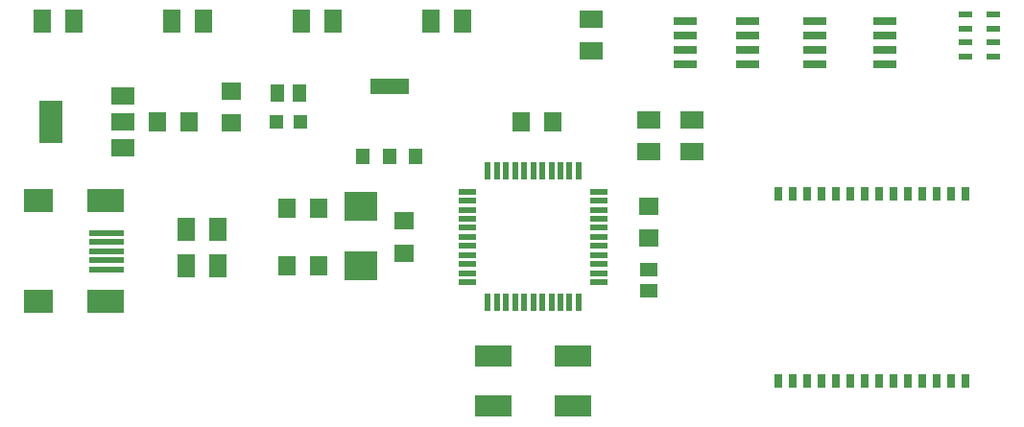
<source format=gtp>
G75*
%MOIN*%
%OFA0B0*%
%FSLAX24Y24*%
%IPPOS*%
%LPD*%
%AMOC8*
5,1,8,0,0,1.08239X$1,22.5*
%
%ADD10R,0.0472X0.0472*%
%ADD11R,0.0512X0.0591*%
%ADD12R,0.0709X0.0630*%
%ADD13R,0.0197X0.0591*%
%ADD14R,0.0591X0.0197*%
%ADD15R,0.1250X0.0750*%
%ADD16R,0.0630X0.0709*%
%ADD17R,0.0710X0.0630*%
%ADD18R,0.0630X0.0512*%
%ADD19R,0.1181X0.0984*%
%ADD20R,0.0984X0.0787*%
%ADD21R,0.1299X0.0787*%
%ADD22R,0.1220X0.0197*%
%ADD23R,0.0630X0.0787*%
%ADD24R,0.0790X0.0590*%
%ADD25R,0.0790X0.1500*%
%ADD26R,0.0250X0.0500*%
%ADD27R,0.0787X0.0630*%
%ADD28R,0.0800X0.0260*%
%ADD29R,0.0472X0.0197*%
%ADD30R,0.0472X0.0551*%
%ADD31R,0.1378X0.0551*%
D10*
X012187Y011258D03*
X013013Y011258D03*
D11*
X012974Y012258D03*
X012226Y012258D03*
D12*
X010600Y012309D03*
X010600Y011207D03*
X025100Y008309D03*
X025100Y007207D03*
D13*
X022675Y004975D03*
X022360Y004975D03*
X022045Y004975D03*
X021730Y004975D03*
X021415Y004975D03*
X021100Y004975D03*
X020785Y004975D03*
X020470Y004975D03*
X020155Y004975D03*
X019840Y004975D03*
X019525Y004975D03*
X019525Y009541D03*
X019840Y009541D03*
X020155Y009541D03*
X020470Y009541D03*
X020785Y009541D03*
X021100Y009541D03*
X021415Y009541D03*
X021730Y009541D03*
X022045Y009541D03*
X022360Y009541D03*
X022675Y009541D03*
D14*
X023383Y008833D03*
X023383Y008518D03*
X023383Y008203D03*
X023383Y007888D03*
X023383Y007573D03*
X023383Y007258D03*
X023383Y006943D03*
X023383Y006628D03*
X023383Y006313D03*
X023383Y005998D03*
X023383Y005683D03*
X018817Y005683D03*
X018817Y005998D03*
X018817Y006313D03*
X018817Y006628D03*
X018817Y006943D03*
X018817Y007258D03*
X018817Y007573D03*
X018817Y007888D03*
X018817Y008203D03*
X018817Y008518D03*
X018817Y008833D03*
D15*
X019725Y003133D03*
X019725Y001383D03*
X022475Y001383D03*
X022475Y003133D03*
D16*
X013651Y006258D03*
X012549Y006258D03*
X012549Y008258D03*
X013651Y008258D03*
X009151Y011258D03*
X008049Y011258D03*
X020674Y011258D03*
X021776Y011258D03*
D17*
X016600Y007818D03*
X016600Y006698D03*
D18*
X025100Y006132D03*
X025100Y005384D03*
D19*
X015100Y006248D03*
X015100Y008307D03*
D20*
X003919Y005006D03*
X003919Y008510D03*
D21*
X006242Y008510D03*
X006242Y005006D03*
D22*
X006281Y006128D03*
X006281Y006443D03*
X006281Y006758D03*
X006281Y007073D03*
X006281Y007388D03*
D23*
X009049Y007508D03*
X010151Y007508D03*
X010151Y006258D03*
X009049Y006258D03*
X008549Y014758D03*
X009651Y014758D03*
X013049Y014758D03*
X014151Y014758D03*
X017549Y014758D03*
X018651Y014758D03*
X005151Y014758D03*
X004049Y014758D03*
D24*
X006840Y012168D03*
X006840Y011268D03*
X006840Y010368D03*
D25*
X004360Y011258D03*
D26*
X029600Y008758D03*
X030100Y008758D03*
X030600Y008758D03*
X031100Y008758D03*
X031600Y008758D03*
X032100Y008758D03*
X032600Y008758D03*
X033100Y008758D03*
X033600Y008758D03*
X034100Y008758D03*
X034600Y008758D03*
X035100Y008758D03*
X035600Y008758D03*
X036100Y008758D03*
X036100Y002258D03*
X035600Y002258D03*
X035100Y002258D03*
X034600Y002258D03*
X034100Y002258D03*
X033600Y002258D03*
X033100Y002258D03*
X032600Y002258D03*
X032100Y002258D03*
X031600Y002258D03*
X031100Y002258D03*
X030600Y002258D03*
X030100Y002258D03*
X029600Y002258D03*
D27*
X026600Y010207D03*
X026600Y011309D03*
X025100Y011309D03*
X025100Y010207D03*
X023100Y013707D03*
X023100Y014809D03*
D28*
X026390Y014758D03*
X026390Y014258D03*
X026390Y013758D03*
X026390Y013258D03*
X028560Y013258D03*
X028560Y013758D03*
X028560Y014258D03*
X028560Y014758D03*
X030890Y014758D03*
X030890Y014258D03*
X030890Y013758D03*
X030890Y013258D03*
X033310Y013258D03*
X033310Y013758D03*
X033310Y014258D03*
X033310Y014758D03*
D29*
X036128Y014996D03*
X036128Y014504D03*
X036128Y014012D03*
X036128Y013520D03*
X037072Y013520D03*
X037072Y014012D03*
X037072Y014504D03*
X037072Y014996D03*
D30*
X017010Y010038D03*
X016100Y010038D03*
X015190Y010038D03*
D31*
X016100Y012478D03*
M02*

</source>
